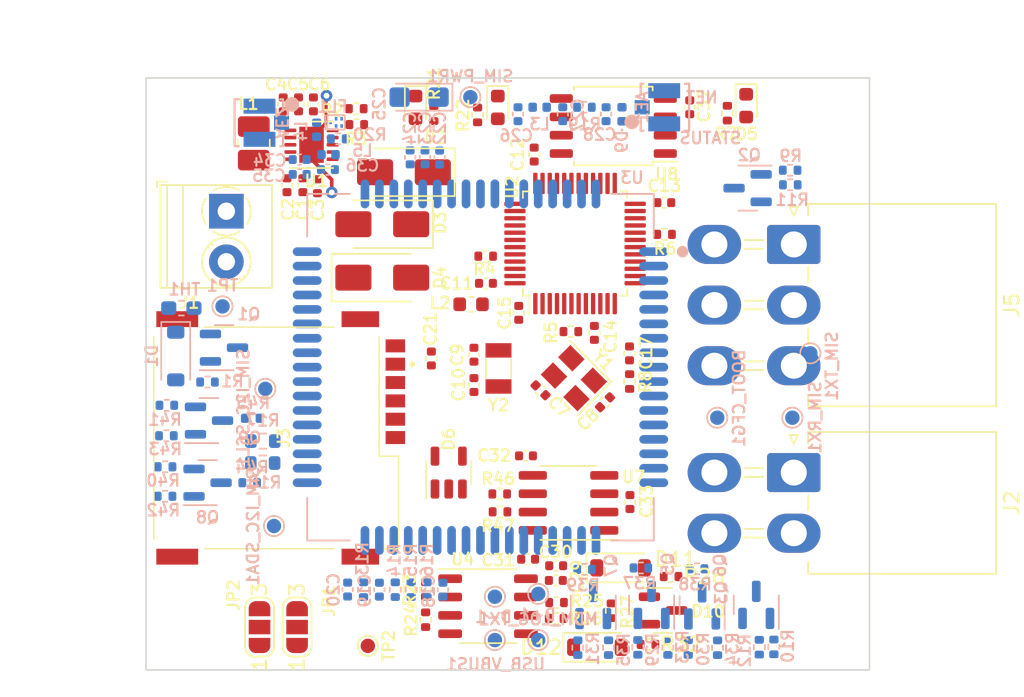
<source format=kicad_pcb>
(kicad_pcb (version 20221018) (generator pcbnew)
  (layers (0 "F.Cu" signal) (31 "B.Cu" signal) (34 "B.Paste" user) (35 "F.Paste" user) (36 "B.SilkS" user "B.Silkscreen") (37 "F.SilkS" user "F.Silkscreen") (38 "B.Mask" user) (39 "F.Mask" user) (44 "Edge.Cuts" user))
  (net 0 "")
  (net 1 "Net-(AE1-A)")
  (net 2 "GND")
  (net 3 "Net-(AE2-A)")
  (net 4 "Net-(U3-BOOT_CFG)")
  (net 5 "+5V")
  (net 6 "+3V3")
  (net 7 "/STM32F103C8T6_MCU/xtal_in")
  (net 8 "/STM32F103C8T6_MCU/xtal_out")
  (net 9 "/STM32F103C8T6_MCU/xtal_1")
  (net 10 "/STM32F103C8T6_MCU/xtal_2")
  (net 11 "/STM32F103C8T6_MCU/3v3_stm")
  (net 12 "/STM32F103C8T6_MCU/mcu_reset")
  (net 13 "/SIM7000E_GPRS_SIM MODULE/Sim_DIO")
  (net 14 "/SIM7000E_GPRS_SIM MODULE/Sim_CLK")
  (net 15 "/SIM7000E_GPRS_SIM MODULE/Sim_RST")
  (net 16 "/SIM7000E_GPRS_SIM MODULE/V_Sim")
  (net 17 "4.2V_SIMPWR")
  (net 18 "/SIM7000E_GPRS_SIM MODULE/RF_ANT")
  (net 19 "Net-(C27-Pad2)")
  (net 20 "/SIM7000E_GPRS_SIM MODULE/gps_VDD")
  (net 21 "Net-(U3-USB_DP)")
  (net 22 "Net-(U3-USB_DM)")
  (net 23 "Net-(D1-K)")
  (net 24 "Net-(D1-A)")
  (net 25 "Net-(D2-K)")
  (net 26 "Net-(D3-K)")
  (net 27 "Net-(D5-K)")
  (net 28 "Net-(D5-A)")
  (net 29 "Net-(J3-RST)")
  (net 30 "Net-(J3-CLK)")
  (net 31 "Net-(J3-I{slash}O)")
  (net 32 "Net-(D7-A)")
  (net 33 "Net-(D8-A)")
  (net 34 "Net-(D10-K-Pad1)")
  (net 35 "Net-(D10-K-Pad2)")
  (net 36 "/RS485_MAX485/B")
  (net 37 "/RS485_MAX485/A")
  (net 38 "/SIM7000E_GPRS_SIM MODULE/GNSS_ANT")
  (net 39 "Net-(J1-Pin_1)")
  (net 41 "Net-(JP1-C)")
  (net 42 "Net-(JP2-C)")
  (net 43 "Net-(U1-SW1)")
  (net 44 "Net-(U1-SW2)")
  (net 45 "Net-(L4-Pad1)")
  (net 46 "Net-(U3-MDM_LOG_TX)")
  (net 47 "Net-(Q2-G)")
  (net 48 "Net-(Q2-D)")
  (net 49 "Net-(Q3-G)")
  (net 50 "Net-(Q3-D)")
  (net 51 "/SIM7000E_GPRS_SIM MODULE/VDD_EXT")
  (net 52 "Net-(Q5-S)")
  (net 53 "/STM32F103C8T6_MCU/TX1")
  (net 54 "Net-(Q6-S)")
  (net 55 "/SIM7000E_GPRS_SIM MODULE/SIM_DTR")
  (net 56 "Net-(Q7-S)")
  (net 57 "/STM32F103C8T6_MCU/RX1")
  (net 58 "Net-(Q8-S)")
  (net 59 "/STM32F103C8T6_MCU/TX2")
  (net 60 "Net-(Q9-S)")
  (net 61 "/STM32F103C8T6_MCU/RX2")
  (net 62 "Net-(U1-FB)")
  (net 63 "/STM32F103C8T6_MCU/BOOT0")
  (net 64 "/STM32F103C8T6_MCU/BOOT1")
  (net 65 "/SIM7000E_GPRS_SIM MODULE/PWRKEY")
  (net 66 "/SIM7000E_GPRS_SIM MODULE/Sim_Reset")
  (net 67 "Net-(U3-I2C_SCL)")
  (net 68 "Net-(U3-I2C_SDA)")
  (net 69 "/SIM7000E_GPRS_SIM MODULE/NETLIGHT")
  (net 70 "/SIM7000E_GPRS_SIM MODULE/STATUS")
  (net 71 "/RS485_MAX485/RS485_~{RE}")
  (net 72 "/RS485_MAX485/RS485_DE")
  (net 73 "B_to_CANH")
  (net 74 "A_to_CANL")
  (net 75 "/SIM7000E_GPRS_SIM MODULE/MOSFET_LOGIC_LEVEL_TRANSLATOR/LOW_SIDE_SIM_RXD_LOGIC")
  (net 76 "/SIM7000E_GPRS_SIM MODULE/MOSFET_LOGIC_LEVEL_TRANSLATOR/LOW_SIDE_SIM_DTR_LOGIC")
  (net 77 "/SIM7000E_GPRS_SIM MODULE/MOSFET_LOGIC_LEVEL_TRANSLATOR/LOW_SIDE_SIM_TXD_LOGIC")
  (net 78 "/SIM7000E_GPRS_SIM MODULE/GPS_RXD_")
  (net 79 "/SIM7000E_GPRS_SIM MODULE/GPS_TXD_")
  (net 81 "/FLASH_MEMORY/CS")
  (net 83 "/FLASH_MEMORY/SCK")
  (net 84 "/FLASH_MEMORY/MISO")
  (net 85 "/FLASH_MEMORY/MOSI")
  (net 88 "/STM32F103C8T6_MCU/TX3")
  (net 89 "/STM32F103C8T6_MCU/RX3")
  (net 92 "/CAN_TRANSCEIVER_ATA6561/CAN_STBY")
  (net 93 "/CAN_TRANSCEIVER_ATA6561/CAN_TX")
  (net 94 "/CAN_TRANSCEIVER_ATA6561/CAN_RX")
  (net 95 "/STM32F103C8T6_MCU/swdio")
  (net 96 "/STM32F103C8T6_MCU/swdclk")
  (net 98 "/STM32F103C8T6_MCU/SW0")
  (net 110 "Net-(U3-USB_VBUS)")
  (net 112 "/SIM7000E_GPRS_SIM MODULE/Sim_DET")
  (footprint "Crystal:Crystal_SMD_3215-2Pin_3.2x1.5mm" (layer "F.Cu") (at 247.75 86.0875 -90)
    (fp_text reference "Y2")
    (fp_text value "32.678KHz")
  )
  (footprint "MountingHole:MountingHole_2.7mm" (layer "F.Cu") (at 226.35 68.96)
    (fp_text reference "H2" hide)
    (fp_text value "MountingHole")
  )
  (footprint "Capacitor_SMD:C_0402_1005Metric" (layer "F.Cu") (at 255.121731 88.430134 45)
    (fp_text reference "C8")
    (fp_text value "22p")
  )
  (footprint "Diode_SMD:D_SMA" (layer "F.Cu") (at 239.7 76.1 180)
    (fp_text reference "D3")
    (fp_text value "SS310")
  )
  (footprint "Resistor_SMD:R_0402_1005Metric" (layer "F.Cu") (at 259.25 76.805 180)
    (fp_text reference "R6")
    (fp_text value "100K")
  )
  (footprint "Resistor_SMD:R_0402_1005Metric" (layer "F.Cu") (at 252.76 83.535)
    (fp_text reference "R5")
    (fp_text value "1M")
  )
  (footprint "Capacitor_SMD:C_0402_1005Metric" (layer "F.Cu") (at 233.1 73.4 -90)
    (fp_text reference "C2")
    (fp_text value "100n")
  )
  (footprint "Capacitor_SMD:C_0402_1005Metric" (layer "F.Cu") (at 233.9 67.8 90)
    (fp_text reference "C5")
    (fp_text value "100n")
  )
  (footprint "Capacitor_SMD:C_0402_1005Metric" (layer "F.Cu") (at 250.660553 87.600134 135)
    (fp_text reference "C7")
    (fp_text value "22p")
  )
  (footprint "Capacitor_SMD:C_0402_1005Metric" (layer "F.Cu") (at 260.9925 68 90)
    (fp_text reference "C37")
    (fp_text value "100n")
  )
  (footprint "MountingHole:MountingHole_2.7mm" (layer "F.Cu") (at 270.43 103.94)
    (fp_text reference "H4" hide)
    (fp_text value "MountingHole")
  )
  (footprint "LED_SMD:LED_0603_1608Metric" (layer "F.Cu") (at 247.7 68.0125 -90)
    (fp_text reference "D8" hide)
    (fp_text value "BLUE")
  )
  (footprint "Package_TO_SOT_SMD:SOT-23" (layer "F.Cu") (at 259.14 102.85)
    (fp_text reference "D10")
    (fp_text value "ESDONCAN1LT1G")
  )
  (footprint "Resistor_SMD:R_0402_1005Metric" (layer "F.Cu") (at 258.1 105.2 180)
    (fp_text reference "R32")
    (fp_text value "0R")
  )
  (footprint "Capacitor_SMD:C_0402_1005Metric" (layer "F.Cu") (at 235.21 73.47 -90)
    (fp_text reference "C3")
    (fp_text value "10u")
  )
  (footprint "LED_SMD:LED_0603_1608Metric" (layer "F.Cu") (at 264.9 67.89 -90)
    (fp_text reference "D5")
    (fp_text value "LED")
  )
  (footprint "Package_DFN_QFN:DFN-10-1EP_3x3mm_P0.5mm_EP1.7x2.5mm" (layer "F.Cu") (at 234.8 70.6)
    (fp_text reference "U1")
    (fp_text value "ADP2504ACPZ-R7_3.3V_VERSION")
  )
  (footprint "Capacitor_SMD:C_0402_1005Metric" (layer "F.Cu") (at 249.15 82.2375 -90)
    (fp_text reference "C15")
    (fp_text value "100n")
  )
  (footprint "Resistor_SMD:R_0402_1005Metric" (layer "F.Cu") (at 259.7 100.5 180)
    (fp_text reference "R28")
    (fp_text value "0R")
  )
  (footprint "Package_SO:SOIC-8_5.23x5.23mm_P1.27mm" (layer "F.Cu") (at 255.7 69.3 180)
    (fp_text reference "U8")
    (fp_text value "W25Q32JVSS")
  )
  (footprint "Crystal:Crystal_SMD_3225-4Pin_3.2x2.5mm" (layer "F.Cu") (at 252.971142 86.760723 135)
    (fp_text reference "Y1")
    (fp_text value "8MHz")
  )
  (footprint "Diode_SMD:D_SMA" (layer "F.Cu") (at 239.7 79.8)
    (fp_text reference "D4")
    (fp_text value "SS310")
  )
  (footprint "Capacitor_SMD:C_0402_1005Metric" (layer "F.Cu") (at 249.6525 92.14 180)
    (fp_text reference "C32")
    (fp_text value "100n")
  )
  (footprint "TestPoint:TestPoint_Pad_D1.0mm" (layer "F.Cu") (at 238.7 105.3 -90)
    (fp_text reference "TP2")
    (fp_text value "TestPoint")
  )
  (footprint "Package_QFP:LQFP-48_7x7mm_P0.5mm" (layer "F.Cu") (at 253.05 77.4375 90)
    (fp_text reference "U2")
    (fp_text value "STM32F103C8Tx")
  )
  (footprint "Package_SO:SOIC-8_3.9x4.9mm_P1.27mm" (layer "F.Cu") (at 252.6 95.4 180)
    (fp_text reference "U7")
    (fp_text value "ATA6561-GAQW-N")
  )
  (footprint "Capacitor_SMD:C_0402_1005Metric" (layer "F.Cu") (at 246.88 80.195 180)
    (fp_text reference "C11")
    (fp_text value "100n")
  )
  (footprint "Package_TO_SOT_SMD:SOT-23-5" (layer "F.Cu") (at 244.3 93.3 90)
    (fp_text reference "D6")
    (fp_text value "SP0504BAHT")
  )
  (footprint "Inductor_SMD:L_0603_1608Metric" (layer "F.Cu") (at 245.85 81.645)
    (fp_text reference "L2")
    (fp_text value "L_Ferrite")
  )
  (footprint "Resistor_SMD:R_0402_1005Metric" (layer "F.Cu") (at 243.27 68.445834 -90)
    (fp_text reference "R21")
    (fp_text value "390R")
  )
  (footprint "Resistor_SMD:R_0402_1005Metric" (layer "F.Cu") (at 251.77 102.3)
    (fp_text reference "R25")
    (fp_text value "10R")
  )
  (footprint "Diode_SMD:D_SOD-123" (layer "F.Cu") (at 254.6 105.4)
    (fp_text reference "D12")
    (fp_text value "BEP0080MA")
  )
  (footprint "Resistor_SMD:R_0402_1005Metric" (layer "F.Cu") (at 237.9 68.1 180)
    (fp_text reference "R2")
    (fp_text value "1K")
  )
  (footprint "Lib:SMC2026" (layer "F.Cu") (at 232.88 90.9 -90)
    (fp_text reference "J3")
    (fp_text value "Micro_Sim_card" hide)
  )
  (footprint "Resistor_SMD:R_0402_1005Metric" (layer "F.Cu") (at 263.6 68.41 -90)
    (fp_text reference "R7")
    (fp_text value "499R")
  )
  (footprint "Jumper:SolderJumper-3_P1.3mm_Open_RoundedPad1.0x1.5mm_NumberLabels" (layer "F.Cu") (at 233.8 104 90)
    (fp_text reference "JP1")
    (fp_text value "BOOT0")
  )
  (footprint "Resistor_SMD:R_0402_1005Metric" (layer "F.Cu") (at 251.74 103.4)
    (fp_text reference "R26")
    (fp_text value "10R")
  )
  (footprint "Capacitor_SMD:C_0402_1005Metric" (layer "F.Cu") (at 249.8 99.3 180)
    (fp_text reference "C31")
    (fp_text value "10u")
  )
  (footprint "Capacitor_SMD:C_0402_1005Metric" (layer "F.Cu") (at 256.8525 95.34 -90)
    (fp_text reference "C33")
    (fp_text value "100n")
  )
  (footprint "Capacitor_SMD:C_0402_1005Metric" (layer "F.Cu") (at 243.1 85.4 90)
    (fp_text reference "C21")
    (fp_text value "100n")
  )
  (footprint "TerminalBlock_Phoenix:TerminalBlock_Phoenix_PT-1,5-2-3.5-H_1x02_P3.50mm_Horizontal" (layer "F.Cu") (at 228.9 75.2 -90)
    (fp_text reference "J1")
    (fp_text value "Input")
  )
  (footprint "Resistor_SMD:R_0402_1005Metric" (layer "F.Cu") (at 246.86 78.315 180)
    (fp_text reference "R4")
    (fp_text value "100K")
  )
  (footprint "Jumper:SolderJumper-3_P1.3mm_Open_RoundedPad1.0x1.5mm_NumberLabels" (layer "F.Cu") (at 231.2 104 90)
    (fp_text reference "JP2")
    (fp_text value "BOOT1")
  )
  (footprint "Resistor_SMD:R_0402_1005Metric" (layer "F.Cu") (at 246.3 68.531224 -90)
    (fp_text reference "R22")
    (fp_text value "390R")
  )
  (footprint "Capacitor_SMD:C_0402_1005Metric" (layer "F.Cu") (at 254.39 83.625 -90)
    (fp_text reference "C14")
    (fp_text value "100n")
  )
  (footprint "Capacitor_SMD:C_0402_1005Metric" (layer "F.Cu") (at 259.23 74.605)
    (fp_text reference "C13")
    (fp_text value "100n")
  )
  (footprint "Capacitor_SMD:C_0402_1005Metric" (layer "F.Cu") (at 251.74 99.75)
    (fp_text reference "C30")
    (fp_text value "100n")
  )
  (footprint "Capacitor_SMD:C_0402_1005Metric" (layer "F.Cu") (at 246.05 85.1375 90)
    (fp_text reference "C9")
    (fp_text value "22p")
  )
  (footprint "Capacitor_SMD:C_0402_1005Metric" (layer "F.Cu") (at 232.84 67.8 90)
    (fp_text reference "C4")
    (fp_text value "10u")
  )
  (footprint "LED_SMD:LED_0603_1608Metric" (layer "F.Cu") (at 242 68.0125 -90)
    (fp_text reference "D7" hide)
    (fp_text value "ORANGE")
  )
  (footprint "Resistor_SMD:R_0402_1005Metric" (layer "F.Cu") (at 247.8525 96.02 180)
    (fp_text reference "R47")
    (fp_text value "60R")
  )
  (footprint "Resistor_SMD:R_0402_1005Metric" (layer "F.Cu") (at 247.8325 94.78 180)
    (fp_text reference "R46")
    (fp_text value "60R")
  )
  (footprint "Inductor_SMD:L_1008_2520Metric_Pad1.43x2.20mm_HandSolder" (layer "F.Cu") (at 230.8 70.5 90)
    (fp_text reference "L1")
    (fp_text value "1.5uH")
  )
  (footprint "Capacitor_SMD:C_0402_1005Metric" (layer "F.Cu") (at 250.22 71.275 90)
    (fp_text reference "C12")
    (fp_text value "100n")
  )
  (footprint "Capacitor_SMD:C_0402_1005Metric" (layer "F.Cu") (at 234.2 73.4 -90)
    (fp_text reference "C1")
    (fp_text value "10u")
  )
  (footprint "Diode_SMD:D_SMA" (layer "F.Cu") (at 241.2 72.5 180)
    (fp_text reference "D2")
    (fp_text value "SS310")
  )
  (footprint "Resistor_SMD:R_0402_1005Metric" (layer "F.Cu") (at 242.7 101.4 90)
    (fp_text reference "R23")
    (fp_text value "100K")
  )
  (footprint "Package_SO:SOP-8_3.9x4.9mm_P1.27mm" (layer "F.Cu") (at 247.025 102.555)
    (fp_text reference "U4")
    (fp_text value "MAX485E")
  )
  (footprint "Resistor_SMD:R_0402_1005Metric" (layer "F.Cu") (at 255.56 102.87 90)
    (fp_text reference "R27")
    (fp_text value "220R")
  )
  (footprint "Diode_SMD:D_SOD-123" (layer "F.Cu") (at 256.2 99.9)
    (fp_text reference "D11")
    (fp_text value "BEP0080MA")
  )
  (footprint "Capacitor_SMD:C_0402_1005Metric" (layer "F.Cu") (at 234.93 67.8 90)
    (fp_text reference "C6")
    (fp_text value "10u")
  )
  (footprint "Resistor_SMD:R_0402_1005Metric" (layer "F.Cu") (at 237.9325 69.2)
    (fp_text reference "R3")
    (fp_text value "1K")
  )
  (footprint "Capacitor_SMD:C_0402_1005Metric" (layer "F.Cu") (at 251.72 100.77)
    (fp_text reference "C29")
    (fp_text value "100n")
  )
  (footprint "Resistor_SMD:R_0402_1005Metric" (layer "F.Cu") (at 256.83 86.995 90)
    (fp_text reference "R8")
    (fp_text value "10K")
  )
  (footprint "MountingHole:MountingHole_2.7mm" (layer "F.Cu") (at 270.43 68.96)
    (fp_text reference "H3" hide)
    (fp_text value "MountingHole")
  )
  (footprint "Capacitor_SMD:C_0402_1005Metric" (layer "F.Cu") (at 246.05 87.2375 -90)
    (fp_text reference "C10")
    (fp_text value "22p")
  )
  (footprint "Capacitor_SMD:C_0402_1005Metric" (layer "F.Cu") (at 256.82 85.045 90)
    (fp_text reference "C17")
    (fp_text value "100n")
  )
  (footprint "Resistor_SMD:R_0402_1005Metric" (layer "F.Cu") (at 242.7 103.49 90)
    (fp_text reference "R24")
    (fp_text value "100K")
  )
  (footprint "MountingHole:MountingHole_2.7mm" (layer "F.Cu") (at 226.35 103.94)
    (fp_text reference "H1" hide)
    (fp_text value "MountingHole")
  )
  (footprint "Connector_Molex:Molex_Mini-Fit_Jr_5569-04A2_2x02_P4.20mm_Horizontal" (layer "F.Cu") (at 268.2 93.3 -90)
    (fp_text reference "J2")
    (fp_text value "Conn_02x02_Odd_Even")
  )
  (footprint "Connector_Molex:Molex_Mini-Fit_Jr_5569-06A2_2x03_P4.20mm_Horizontal" (layer "F.Cu") (at 268.2 77.5 -90)
    (fp_text reference "J5")
    (fp_text value "Conn_02x03_Odd_Even")
  )
  (footprint "Capacitor_SMD:C_0402_1005Metric" (layer "B.Cu") (at 233.98 72.65 180)
    (fp_text reference "C35")
    (fp_text value "10n")
  )
  (footprint "Lib:CONN_2337019-1" (layer "B.Cu") (at 259.2744 68 -90)
    (fp_text reference "AE1")
    (fp_text value "Antenna_Shield")
  )
  (footprint "Capacitor_SMD:C_0402_1005Metric" (layer "B.Cu") (at 241.63 71.4725 90)
    (fp_text reference "C24")
    (fp_text value "10u")
  )
  (footprint "Package_TO_SOT_SMD:SOT-23" (layer "B.Cu") (at 227.7 89.7)
    (fp_text reference "Q9")
    (fp_text value "2N7002")
  )
  (footprint "Resistor_SMD:R_0402_1005Metric" (layer "B.Cu") (at 253.71 100.005)
    (fp_text reference "R39")
    (fp_text value "10K")
  )
  (footprint "Resistor_SMD:R_0402_1005Metric" (layer "B.Cu") (at 224.6575 94.94 180)
    (fp_text reference "R42")
    (fp_text value "10K")
  )
  (footprint "Diode_SMD:D_0402_1005Metric" (layer "B.Cu") (at 256.3 68.485 90)
    (fp_text reference "D9")
    (fp_text value "LXES15AAA1-153")
  )
  (footprint "Package_TO_SOT_SMD:SOT-23" (layer "B.Cu") (at 265 73.6 180)
    (fp_text reference "Q2")
    (fp_text value "BSN20")
  )
  (footprint "Resistor_SMD:R_0402_1005Metric" (layer "B.Cu") (at 253.24 105.425 90)
    (fp_text reference "R31")
    (fp_text value "1K")
  )
  (footprint "Resistor_SMD:R_0402_1005Metric" (layer "B.Cu") (at 230.69 89.54 180)
    (fp_text reference "R45")
    (fp_text value "10K")
  )
  (footprint "Resistor_SMD:R_0402_1005Metric" (layer "B.Cu") (at 242.8 101.41 -90)
    (fp_text reference "R16")
    (fp_text value "10K")
  )
  (footprint "TestPoint:TestPoint_Pad_D1.0mm" (layer "B.Cu") (at 262.9 89.5 90)
    (fp_text reference "BOOT_CFG1")
    (fp_text value "BOOT_CFG")
  )
  (footprint "Capacitor_SMD:C_0402_1005Metric" (layer "B.Cu") (at 243.9 101.41 -90)
    (fp_text reference "C18")
    (fp_text value "22p")
  )
  (footprint "Package_TO_SOT_SMD:SOT-23" (layer "B.Cu") (at 265.6 102.4625 90)
    (fp_text reference "Q3")
    (fp_text value "BSN20")
  )
  (footprint "Resistor_SMD:R_0402_1005Metric" (layer "B.Cu") (at 257.4 105.405 90)
    (fp_text reference "R29")
    (fp_text value "1K")
  )
  (footprint "Resistor_SMD:R_0402_1005Metric" (layer "B.Cu") (at 253.7 68)
    (fp_text reference "R19")
    (fp_text value "0R")
  )
  (footprint "Capacitor_SMD:C_0402_1005Metric" (layer "B.Cu") (at 255.2 68.48 90)
    (fp_text reference "C28")
    (fp_text value "~")
  )
  (footprint "Resistor_SMD:R_0402_1005Metric" (layer "B.Cu") (at 260.89 105.42 90)
    (fp_text reference "R30")
    (fp_text value "1K")
  )
  (footprint "Capacitor_SMD:C_0402_1005Metric" (layer "B.Cu") (at 242.66 71.4725 90)
    (fp_text reference "C23")
    (fp_text value "10u")
  )
  (footprint "Resistor_SMD:R_0402_1005Metric" (layer "B.Cu") (at 267.9475 72.36 180)
    (fp_text reference "R9")
    (fp_text value "1k")
  )
  (footprint "Resistor_SMD:R_0402_1005Metric" (layer "B.Cu") (at 227.595 87.03)
    (fp_text reference "R1")
    (fp_text value "1K")
  )
  (footprint "Resistor_SMD:R_0402_1005Metric" (layer "B.Cu") (at 262.92 105.43 -90)
    (fp_text reference "R34")
    (fp_text value "10K")
  )
  (footprint "Capacitor_Tantalum_SMD:CP_EIA-3216-18_Kemet-A" (layer "B.Cu") (at 242.25 67.3 180)
    (fp_text reference "C25")
    (fp_text value "100u")
  )
  (footprint "TestPoint:TestPoint_Pad_D1.0mm" (layer "B.Cu") (at 250.5 104.9 180)
    (fp_text reference "MDM_LOG_TX1")
    (fp_text value "MDM_LOG_TX")
  )
  (footprint "Package_TO_SOT_SMD:SOT-23" (layer "B.Cu") (at 227.6 94)
    (fp_text reference "Q8")
    (fp_text value "2N7002")
  )
  (footprint "TestPoint:TestPoint_Pad_D1.0mm" (layer "B.Cu") (at 228.635 81.79 180)
    (fp_text reference "TP1")
    (fp_text value "TestPoint")
  )
  (footprint "Package_TO_SOT_SMD:SOT-23" (layer "B.Cu") (at 228.7375 84.65)
    (fp_text reference "Q1")
    (fp_text value "SSM3J328R-HXY")
  )
  (footprint "Resistor_SMD:R_0603_1608Metric" (layer "B.Cu") (at 231.4275 91.12 180)
    (fp_text reference "R17")
    (fp_text value "2.2K")
  )
  (footprint "Inductor_SMD:L_0402_1005Metric" (layer "B.Cu") (at 235.9775 71.28)
    (fp_text reference "L5")
    (fp_text value "100mHz 150/200R")
  )
  (footprint "Capacitor_SMD:C_0402_1005Metric" (layer "B.Cu") (at 233.97539 71.62 180)
    (fp_text reference "C34")
    (fp_text value "1u")
  )
  (footprint "Capacitor_SMD:C_0402_1005Metric" (layer "B.Cu") (at 237.3 101.4 -90)
    (fp_text reference "C20")
    (fp_text value "22p")
  )
  (footprint "Resistor_SMD:R_0402_1005Metric" (layer "B.Cu") (at 261.5 99.9625)
    (fp_text reference "R38")
    (fp_text value "10K")
  )
  (footprint "Lib:CONN_2337019-1" (layer "B.Cu") (at 231.148101 69.072499 90)
    (fp_text reference "AE2")
    (fp_text value "Antenna_Shield")
  )
  (footprint "Inductor_SMD:L_0402_1005Metric" (layer "B.Cu") (at 235.152501 69.557499 90)
    (fp_text reference "L4")
    (fp_text value "27nH")
  )
  (footprint "Resistor_SMD:R_0603_1608Metric" (layer "B.Cu") (at 231.4175 92.64 180)
    (fp_text reference "R18")
    (fp_text value "2.2K")
  )
  (footprint "Diode_SMD:D_SOD-123" (layer "B.Cu") (at 225.395 85.23 -90)
    (fp_text reference "D1")
    (fp_text value "MMSZ5232B-E3-08")
  )
  (footprint "TestPoint:TestPoint_Pad_D1.0mm" (layer "B.Cu") (at 231.6 87.5 180)
    (fp_text reference "SIM_I2C_SCL1")
    (fp_text value "SIM_I2C_SCL")
  )
  (footprint "Capacitor_SMD:C_0402_1005Metric" (layer "B.Cu") (at 252.2 68.48 90)
    (fp_text reference "C27")
    (fp_text value "~")
  )
  (footprint "TestPoint:TestPoint_Pad_D1.0mm" (layer "B.Cu") (at 268.1 89.5 90)
    (fp_text reference "SIM_RX1")
    (fp_text value "Sim_RX")
  )
  (footprint "Resistor_SMD:R_0402_1005Metric" (layer "B.Cu") (at 241.7 101.41 -90)
    (fp_text reference "R15")
    (fp_text value "22R")
  )
  (footprint "Resistor_SMD:R_0402_1005Metric" (layer "B.Cu") (at 259.48 105.415 -90)
    (fp_text reference "R33")
    (fp_text value "10K")
  )
  (footprint "Resistor_SMD:R_0402_1005Metric" (layer "B.Cu") (at 240.6 101.41 -90)
    (fp_text reference "R14")
    (fp_text value "22R")
  )
  (footprint "TestPoint:TestPoint_Pad_D1.0mm" (layer "B.Cu") (at 232.2 97 -90)
    (fp_text reference "SIM_I2C_SDA1")
    (fp_text value "SIM_I2C_SDA")
  )
  (footprint "Resistor_SMD:R_0402_1005Metric" (layer "B.Cu") (at 224.78 88.64)
    (fp_text reference "R41")
    (fp_text value "1K")
  )
  (footprint "Resistor_SMD:R_0402_1005Metric" (layer "B.Cu") (at 266.82 105.3725 90)
    (fp_text reference "R10")
    (fp_text value "1k")
  )
  (footprint "Resistor_SMD:R_0402_1005Metric" (layer "B.Cu") (at 255.37 105.425 -90)
    (fp_text reference "R35")
    (fp_text value "10K")
  )
  (footprint "Capacitor_SMD:C_0402_1005Metric" (layer "B.Cu") (at 235.9375 72.32 180)
    (fp_text reference "C36")
    (fp_text value "1n")
  )
  (footprint "Capacitor_SMD:C_0402_1005Metric" (layer "B.Cu") (at 249.1 68.48 90)
    (fp_text reference "C26")
    (fp_text value "0.3p")
  )
  (footprint "TestPoint:TestPoint_Pad_D1.0mm" (layer "B.Cu") (at 250.5 101.7)
    (fp_text reference "D+1")
    (fp_text value "D+")
  )
  (footprint "TestPoint:TestPoint_Pad_D1.0mm" (layer "B.Cu") (at 247.5 104.9)
    (fp_text reference "USB_VBUS1")
    (fp_text value "USB_VBUS")
  )
  (footprint "Resistor_SMD:R_0402_1005Metric" (layer "B.Cu") (at 267.9575 73.37 180)
    (fp_text reference "R11")
    (fp_text value "10K")
  )
  (footprint "Package_TO_SOT_SMD:SOT-23" (layer "B.Cu") (at 261.85 102.5 90)
    (fp_text reference "Q6")
    (fp_text value "2N7002")
  )
  (footprint "Capacitor_SMD:C_0402_1005Metric" (layer "B.Cu") (at 239.5 101.41 -90)
    (fp_text reference "C19")
    (fp_text value "22p")
  )
  (footprint "Resistor_SMD:R_0402_1005Metric" (layer "B.Cu") (at 238.4 101.41 -90)
    (fp_text reference "R13")
    (fp_text value "22R")
  )
  (footprint "Package_TO_SOT_SMD:SOT-23" (layer "B.Cu") (at 258.35 102.4625 90)
    (fp_text reference "Q5")
    (fp_text value "2N7002")
  )
  (footprint "Resistor_SMD:R_0402_1005Metric" (layer "B.Cu") (at 230.5175 94 180)
    (fp_text reference "R44")
    (fp_text value "10K")
  )
  (footprint "TestPoint:TestPoint_Pad_D1.0mm" (layer "B.Cu") (at 247.5 101.9)
    (fp_text reference "D-1")
    (fp_text value "D-")
  )
  (footprint "Resistor_SMD:R_0402_1005Metric" (layer "B.Cu") (at 265.81 105.3925 90)
    (fp_text reference "R12")
    (fp_text value "10K")
  )
  (footprint "Resistor_SMD:R_0402_1005Metric" (layer "B.Cu") (at 257.61 99.905)
    (fp_text reference "R37")
    (fp_text value "10K")
  )
  (footprint "Package_TO_SOT_SMD:SOT-23" (layer "B.Cu") (at 254.31 102.475 90)
    (fp_text reference "Q7")
    (fp_text value "2N7002")
  )
  (footprint "Resistor_SMD:R_0402_1005Metric" (layer "B.Cu") (at 224.6575 92.9)
    (fp_text reference "R40")
    (fp_text value "1K")
  )
  (footprint "Resistor_SMD:R_0402_1005Metric" (layer "B.Cu") (at 236.652501 70.187499)
    (fp_text reference "R20")
    (fp_text value "10R")
  )
  (footprint "Inductor_SMD:L_0402_1005Metric" (layer "B.Cu") (at 250.6 68)
    (fp_text reference "L3")
    (fp_text value "1uH")
  )
  (footprint "TestPoint:TestPoint_Pad_D1.0mm" (layer "B.Cu") (at 245.8 67.3 180)
    (fp_text reference "SIM_PWR1")
    (fp_text value "TestPoint")
  )
  (footprint "Lib:SIMCON_SIM7000E" (layer "B.Cu") (at 246.5 86 180)
    (fp_text reference "U3")
    (fp_text value "SIM7000E")
  )
  (footprint "Filter:Filter_1109-5_1.1x0.9mm" (layer "B.Cu") (at 236.502501 69.047499)
    (fp_text reference "FL1")
    (fp_text value "B39162B8813P810")
  )
  (footprint "TestPoint:TestPoint_Pad_D1.0mm" (layer "B.Cu") (at 269.34539 85.04 90)
    (fp_text reference "SIM_TX1")
    (fp_text value "Sim_TX")
  )
  (footprint "Resistor_SMD:R_0402_1005Metric" (layer "B.Cu") (at 224.75 90.75 180)
    (fp_text reference "R43")
    (fp_text value "10K")
  )
  (footprint "Fuse:Fuse_0603_1608Metric_Pad1.05x0.95mm_HandSolder" (layer "B.Cu") (at 225.785 81.91)
    (fp_text reference "TH1")
    (fp_text value "Thermistor_PTC")
  )
  (footprint "Capacitor_SMD:C_0402_1005Metric" (layer "B.Cu") (at 243.67 71.4825 90)
    (fp_text reference "C22")
    (fp_text value "1u")
  )
  (gr_rect (start 223.34 65.97) (end 273.44 106.97) (stroke (width 0.1)) (fill none) (layer "Edge.Cuts"))
  (gr_text "STATUS" (at 264.65328 70.6) (layer "B.SilkS") (effects (font (size 0.8 0.8)) (justify left bottom mirror)))
  (gr_text "NET" (at 263.015 67.79) (layer "B.SilkS") (effects (font (size 0.8 0.8)) (justify left bottom mirror)))
  (segment (start 235.8 67.2395) (end 235.8395 67.2) (width 0.25) (layer "F.Cu") (net 0))
  (segment (start 236.2 73.012391) (end 236.2 73.9) (width 0.25) (layer "F.Cu") (net 0))
  (segment (start 235.8 69.101992) (end 235.8 68.3) (width 0.25) (layer "F.Cu") (net 0))
  (segment (start 234.8 70.6) (end 234.8 71.612391) (width 0.25) (layer "F.Cu") (net 0))
  (segment (start 234.8 71.612391) (end 236.2 73.012391) (width 0.25) (layer "F.Cu") (net 0))
  (segment (start 234.8 70.6) (end 234.8 70.101992) (width 0.25) (layer "F.Cu") (net 0))
  (segment (start 234.8 70.101992) (end 235.8 69.101992) (width 0.25) (layer "F.Cu") (net 0))
  (segment (start 235.8 68.3) (end 235.8 67.2395) (width 0.25) (layer "F.Cu") (net 0))
  (via (at 235.8395 67.2) (size 0.8) (drill 0.4) (layers "F.Cu" "B.Cu") (net 0))
  (via (at 236.2 73.9) (size 0.8) (drill 0.4) (layers "F.Cu" "B.Cu") (net 0))
)
</source>
